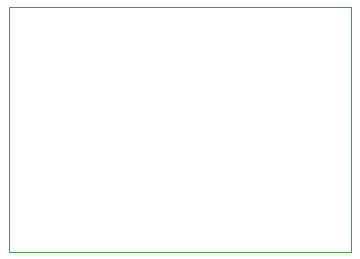
<source format=gbr>
G04 #@! TF.GenerationSoftware,KiCad,Pcbnew,7.0.9-7.0.9~ubuntu22.04.1*
G04 #@! TF.CreationDate,2023-12-04T14:44:26+01:00*
G04 #@! TF.ProjectId,CAN_Adaptateur,43414e5f-4164-4617-9074-61746575722e,rev?*
G04 #@! TF.SameCoordinates,Original*
G04 #@! TF.FileFunction,Profile,NP*
%FSLAX46Y46*%
G04 Gerber Fmt 4.6, Leading zero omitted, Abs format (unit mm)*
G04 Created by KiCad (PCBNEW 7.0.9-7.0.9~ubuntu22.04.1) date 2023-12-04 14:44:26*
%MOMM*%
%LPD*%
G01*
G04 APERTURE LIST*
G04 #@! TA.AperFunction,Profile*
%ADD10C,0.100000*%
G04 #@! TD*
G04 APERTURE END LIST*
D10*
X126030000Y-74800000D02*
X155000000Y-74800000D01*
X155000000Y-95600000D01*
X126030000Y-95600000D01*
X126030000Y-74800000D01*
M02*

</source>
